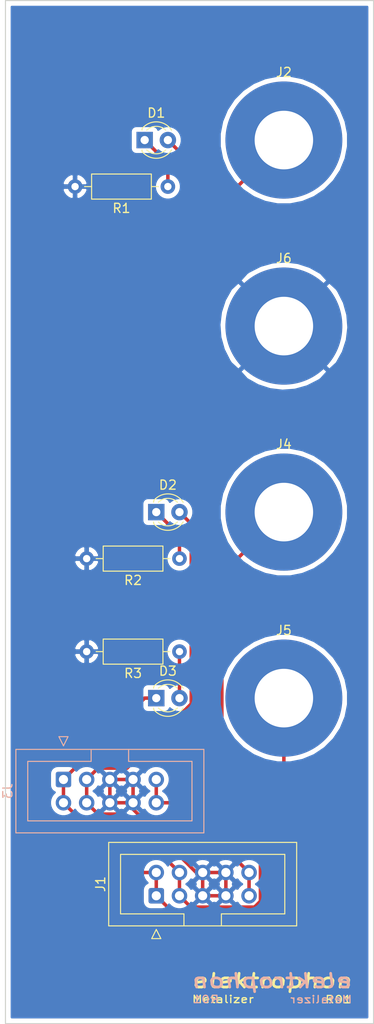
<source format=kicad_pcb>
(kicad_pcb (version 20171130) (host pcbnew 5.1.9)

  (general
    (thickness 1.6)
    (drawings 8)
    (tracks 52)
    (zones 0)
    (modules 13)
    (nets 8)
  )

  (page A4)
  (title_block
    (title Metalizer)
    (date 2020-02-15)
    (rev R01)
    (comment 1 "PCB for mount circuit")
    (comment 2 "Original design by Yves Usson")
    (comment 4 "License CC BY 4.0 - Attribution 4.0 International")
  )

  (layers
    (0 F.Cu signal)
    (31 B.Cu signal)
    (32 B.Adhes user)
    (33 F.Adhes user)
    (34 B.Paste user)
    (35 F.Paste user)
    (36 B.SilkS user)
    (37 F.SilkS user)
    (38 B.Mask user)
    (39 F.Mask user)
    (40 Dwgs.User user)
    (41 Cmts.User user)
    (42 Eco1.User user)
    (43 Eco2.User user)
    (44 Edge.Cuts user)
    (45 Margin user)
    (46 B.CrtYd user)
    (47 F.CrtYd user)
    (48 B.Fab user)
    (49 F.Fab user)
  )

  (setup
    (last_trace_width 0.381)
    (user_trace_width 0.381)
    (user_trace_width 0.762)
    (trace_clearance 0.2)
    (zone_clearance 0.508)
    (zone_45_only no)
    (trace_min 0.2)
    (via_size 0.8)
    (via_drill 0.4)
    (via_min_size 0.4)
    (via_min_drill 0.3)
    (uvia_size 0.3)
    (uvia_drill 0.1)
    (uvias_allowed no)
    (uvia_min_size 0.2)
    (uvia_min_drill 0.1)
    (edge_width 0.05)
    (segment_width 0.2)
    (pcb_text_width 0.3)
    (pcb_text_size 1.5 1.5)
    (mod_edge_width 0.12)
    (mod_text_size 1 1)
    (mod_text_width 0.15)
    (pad_size 1.524 1.524)
    (pad_drill 0.762)
    (pad_to_mask_clearance 0.051)
    (solder_mask_min_width 0.25)
    (aux_axis_origin 0 0)
    (visible_elements FFFFFF7F)
    (pcbplotparams
      (layerselection 0x010fc_ffffffff)
      (usegerberextensions false)
      (usegerberattributes false)
      (usegerberadvancedattributes false)
      (creategerberjobfile false)
      (excludeedgelayer true)
      (linewidth 0.100000)
      (plotframeref false)
      (viasonmask false)
      (mode 1)
      (useauxorigin false)
      (hpglpennumber 1)
      (hpglpenspeed 20)
      (hpglpendiameter 15.000000)
      (psnegative false)
      (psa4output false)
      (plotreference true)
      (plotvalue true)
      (plotinvisibletext false)
      (padsonsilk false)
      (subtractmaskfromsilk false)
      (outputformat 1)
      (mirror false)
      (drillshape 0)
      (scaleselection 1)
      (outputdirectory "gerbers"))
  )

  (net 0 "")
  (net 1 GND)
  (net 2 +15V)
  (net 3 +5V)
  (net 4 -15V)
  (net 5 "Net-(D1-Pad1)")
  (net 6 "Net-(D2-Pad1)")
  (net 7 "Net-(D3-Pad2)")

  (net_class Default "This is the default net class."
    (clearance 0.2)
    (trace_width 0.25)
    (via_dia 0.8)
    (via_drill 0.4)
    (uvia_dia 0.3)
    (uvia_drill 0.1)
    (add_net +15V)
    (add_net +5V)
    (add_net -15V)
    (add_net GND)
    (add_net "Net-(D1-Pad1)")
    (add_net "Net-(D2-Pad1)")
    (add_net "Net-(D3-Pad2)")
  )

  (module Resistor_THT:R_Axial_DIN0207_L6.3mm_D2.5mm_P10.16mm_Horizontal (layer F.Cu) (tedit 5AE5139B) (tstamp 60941578)
    (at 69.85 121.92 180)
    (descr "Resistor, Axial_DIN0207 series, Axial, Horizontal, pin pitch=10.16mm, 0.25W = 1/4W, length*diameter=6.3*2.5mm^2, http://cdn-reichelt.de/documents/datenblatt/B400/1_4W%23YAG.pdf")
    (tags "Resistor Axial_DIN0207 series Axial Horizontal pin pitch 10.16mm 0.25W = 1/4W length 6.3mm diameter 2.5mm")
    (path /60952AD3)
    (fp_text reference R3 (at 5.08 -2.37) (layer F.SilkS)
      (effects (font (size 1 1) (thickness 0.15)))
    )
    (fp_text value R (at 5.08 2.37) (layer F.Fab)
      (effects (font (size 1 1) (thickness 0.15)))
    )
    (fp_line (start 11.21 -1.5) (end -1.05 -1.5) (layer F.CrtYd) (width 0.05))
    (fp_line (start 11.21 1.5) (end 11.21 -1.5) (layer F.CrtYd) (width 0.05))
    (fp_line (start -1.05 1.5) (end 11.21 1.5) (layer F.CrtYd) (width 0.05))
    (fp_line (start -1.05 -1.5) (end -1.05 1.5) (layer F.CrtYd) (width 0.05))
    (fp_line (start 9.12 0) (end 8.35 0) (layer F.SilkS) (width 0.12))
    (fp_line (start 1.04 0) (end 1.81 0) (layer F.SilkS) (width 0.12))
    (fp_line (start 8.35 -1.37) (end 1.81 -1.37) (layer F.SilkS) (width 0.12))
    (fp_line (start 8.35 1.37) (end 8.35 -1.37) (layer F.SilkS) (width 0.12))
    (fp_line (start 1.81 1.37) (end 8.35 1.37) (layer F.SilkS) (width 0.12))
    (fp_line (start 1.81 -1.37) (end 1.81 1.37) (layer F.SilkS) (width 0.12))
    (fp_line (start 10.16 0) (end 8.23 0) (layer F.Fab) (width 0.1))
    (fp_line (start 0 0) (end 1.93 0) (layer F.Fab) (width 0.1))
    (fp_line (start 8.23 -1.25) (end 1.93 -1.25) (layer F.Fab) (width 0.1))
    (fp_line (start 8.23 1.25) (end 8.23 -1.25) (layer F.Fab) (width 0.1))
    (fp_line (start 1.93 1.25) (end 8.23 1.25) (layer F.Fab) (width 0.1))
    (fp_line (start 1.93 -1.25) (end 1.93 1.25) (layer F.Fab) (width 0.1))
    (fp_text user %R (at 5.08 0) (layer F.Fab)
      (effects (font (size 1 1) (thickness 0.15)))
    )
    (pad 2 thru_hole oval (at 10.16 0 180) (size 1.6 1.6) (drill 0.8) (layers *.Cu *.Mask)
      (net 1 GND))
    (pad 1 thru_hole circle (at 0 0 180) (size 1.6 1.6) (drill 0.8) (layers *.Cu *.Mask)
      (net 7 "Net-(D3-Pad2)"))
    (model ${KISYS3DMOD}/Resistor_THT.3dshapes/R_Axial_DIN0207_L6.3mm_D2.5mm_P10.16mm_Horizontal.wrl
      (at (xyz 0 0 0))
      (scale (xyz 1 1 1))
      (rotate (xyz 0 0 0))
    )
  )

  (module Resistor_THT:R_Axial_DIN0207_L6.3mm_D2.5mm_P10.16mm_Horizontal (layer F.Cu) (tedit 5AE5139B) (tstamp 60941561)
    (at 69.85 111.76 180)
    (descr "Resistor, Axial_DIN0207 series, Axial, Horizontal, pin pitch=10.16mm, 0.25W = 1/4W, length*diameter=6.3*2.5mm^2, http://cdn-reichelt.de/documents/datenblatt/B400/1_4W%23YAG.pdf")
    (tags "Resistor Axial_DIN0207 series Axial Horizontal pin pitch 10.16mm 0.25W = 1/4W length 6.3mm diameter 2.5mm")
    (path /60952650)
    (fp_text reference R2 (at 5.08 -2.37) (layer F.SilkS)
      (effects (font (size 1 1) (thickness 0.15)))
    )
    (fp_text value R (at 5.08 2.37) (layer F.Fab)
      (effects (font (size 1 1) (thickness 0.15)))
    )
    (fp_line (start 11.21 -1.5) (end -1.05 -1.5) (layer F.CrtYd) (width 0.05))
    (fp_line (start 11.21 1.5) (end 11.21 -1.5) (layer F.CrtYd) (width 0.05))
    (fp_line (start -1.05 1.5) (end 11.21 1.5) (layer F.CrtYd) (width 0.05))
    (fp_line (start -1.05 -1.5) (end -1.05 1.5) (layer F.CrtYd) (width 0.05))
    (fp_line (start 9.12 0) (end 8.35 0) (layer F.SilkS) (width 0.12))
    (fp_line (start 1.04 0) (end 1.81 0) (layer F.SilkS) (width 0.12))
    (fp_line (start 8.35 -1.37) (end 1.81 -1.37) (layer F.SilkS) (width 0.12))
    (fp_line (start 8.35 1.37) (end 8.35 -1.37) (layer F.SilkS) (width 0.12))
    (fp_line (start 1.81 1.37) (end 8.35 1.37) (layer F.SilkS) (width 0.12))
    (fp_line (start 1.81 -1.37) (end 1.81 1.37) (layer F.SilkS) (width 0.12))
    (fp_line (start 10.16 0) (end 8.23 0) (layer F.Fab) (width 0.1))
    (fp_line (start 0 0) (end 1.93 0) (layer F.Fab) (width 0.1))
    (fp_line (start 8.23 -1.25) (end 1.93 -1.25) (layer F.Fab) (width 0.1))
    (fp_line (start 8.23 1.25) (end 8.23 -1.25) (layer F.Fab) (width 0.1))
    (fp_line (start 1.93 1.25) (end 8.23 1.25) (layer F.Fab) (width 0.1))
    (fp_line (start 1.93 -1.25) (end 1.93 1.25) (layer F.Fab) (width 0.1))
    (fp_text user %R (at 5.08 0) (layer F.Fab)
      (effects (font (size 1 1) (thickness 0.15)))
    )
    (pad 2 thru_hole oval (at 10.16 0 180) (size 1.6 1.6) (drill 0.8) (layers *.Cu *.Mask)
      (net 1 GND))
    (pad 1 thru_hole circle (at 0 0 180) (size 1.6 1.6) (drill 0.8) (layers *.Cu *.Mask)
      (net 6 "Net-(D2-Pad1)"))
    (model ${KISYS3DMOD}/Resistor_THT.3dshapes/R_Axial_DIN0207_L6.3mm_D2.5mm_P10.16mm_Horizontal.wrl
      (at (xyz 0 0 0))
      (scale (xyz 1 1 1))
      (rotate (xyz 0 0 0))
    )
  )

  (module Resistor_THT:R_Axial_DIN0207_L6.3mm_D2.5mm_P10.16mm_Horizontal (layer F.Cu) (tedit 5AE5139B) (tstamp 6094154A)
    (at 68.58 71.12 180)
    (descr "Resistor, Axial_DIN0207 series, Axial, Horizontal, pin pitch=10.16mm, 0.25W = 1/4W, length*diameter=6.3*2.5mm^2, http://cdn-reichelt.de/documents/datenblatt/B400/1_4W%23YAG.pdf")
    (tags "Resistor Axial_DIN0207 series Axial Horizontal pin pitch 10.16mm 0.25W = 1/4W length 6.3mm diameter 2.5mm")
    (path /6095214C)
    (fp_text reference R1 (at 5.08 -2.37) (layer F.SilkS)
      (effects (font (size 1 1) (thickness 0.15)))
    )
    (fp_text value R (at 5.08 2.37) (layer F.Fab)
      (effects (font (size 1 1) (thickness 0.15)))
    )
    (fp_line (start 11.21 -1.5) (end -1.05 -1.5) (layer F.CrtYd) (width 0.05))
    (fp_line (start 11.21 1.5) (end 11.21 -1.5) (layer F.CrtYd) (width 0.05))
    (fp_line (start -1.05 1.5) (end 11.21 1.5) (layer F.CrtYd) (width 0.05))
    (fp_line (start -1.05 -1.5) (end -1.05 1.5) (layer F.CrtYd) (width 0.05))
    (fp_line (start 9.12 0) (end 8.35 0) (layer F.SilkS) (width 0.12))
    (fp_line (start 1.04 0) (end 1.81 0) (layer F.SilkS) (width 0.12))
    (fp_line (start 8.35 -1.37) (end 1.81 -1.37) (layer F.SilkS) (width 0.12))
    (fp_line (start 8.35 1.37) (end 8.35 -1.37) (layer F.SilkS) (width 0.12))
    (fp_line (start 1.81 1.37) (end 8.35 1.37) (layer F.SilkS) (width 0.12))
    (fp_line (start 1.81 -1.37) (end 1.81 1.37) (layer F.SilkS) (width 0.12))
    (fp_line (start 10.16 0) (end 8.23 0) (layer F.Fab) (width 0.1))
    (fp_line (start 0 0) (end 1.93 0) (layer F.Fab) (width 0.1))
    (fp_line (start 8.23 -1.25) (end 1.93 -1.25) (layer F.Fab) (width 0.1))
    (fp_line (start 8.23 1.25) (end 8.23 -1.25) (layer F.Fab) (width 0.1))
    (fp_line (start 1.93 1.25) (end 8.23 1.25) (layer F.Fab) (width 0.1))
    (fp_line (start 1.93 -1.25) (end 1.93 1.25) (layer F.Fab) (width 0.1))
    (fp_text user %R (at 5.08 0) (layer F.Fab)
      (effects (font (size 1 1) (thickness 0.15)))
    )
    (pad 2 thru_hole oval (at 10.16 0 180) (size 1.6 1.6) (drill 0.8) (layers *.Cu *.Mask)
      (net 1 GND))
    (pad 1 thru_hole circle (at 0 0 180) (size 1.6 1.6) (drill 0.8) (layers *.Cu *.Mask)
      (net 5 "Net-(D1-Pad1)"))
    (model ${KISYS3DMOD}/Resistor_THT.3dshapes/R_Axial_DIN0207_L6.3mm_D2.5mm_P10.16mm_Horizontal.wrl
      (at (xyz 0 0 0))
      (scale (xyz 1 1 1))
      (rotate (xyz 0 0 0))
    )
  )

  (module MountingHole:MountingHole_6.4mm_M6_Pad_TopBottom (layer F.Cu) (tedit 56D1B4CB) (tstamp 60941533)
    (at 81.28 86.36)
    (descr "Mounting Hole 6.4mm, M6")
    (tags "mounting hole 6.4mm m6")
    (path /6095F76E)
    (attr virtual)
    (fp_text reference J6 (at 0 -7.4) (layer F.SilkS)
      (effects (font (size 1 1) (thickness 0.15)))
    )
    (fp_text value Conn_01x01_Female (at 0 7.4) (layer F.Fab)
      (effects (font (size 1 1) (thickness 0.15)))
    )
    (fp_circle (center 0 0) (end 6.65 0) (layer F.CrtYd) (width 0.05))
    (fp_circle (center 0 0) (end 6.4 0) (layer Cmts.User) (width 0.15))
    (fp_text user %R (at 0.3 0) (layer F.Fab)
      (effects (font (size 1 1) (thickness 0.15)))
    )
    (pad 1 connect circle (at 0 0) (size 12.8 12.8) (layers B.Cu B.Mask)
      (net 1 GND))
    (pad 1 connect circle (at 0 0) (size 12.8 12.8) (layers F.Cu F.Mask)
      (net 1 GND))
    (pad 1 thru_hole circle (at 0 0) (size 6.8 6.8) (drill 6.4) (layers *.Cu *.Mask)
      (net 1 GND))
  )

  (module MountingHole:MountingHole_6.4mm_M6_Pad_TopBottom (layer F.Cu) (tedit 56D1B4CB) (tstamp 60941529)
    (at 81.28 127)
    (descr "Mounting Hole 6.4mm, M6")
    (tags "mounting hole 6.4mm m6")
    (path /6095F0DD)
    (attr virtual)
    (fp_text reference J5 (at 0 -7.4) (layer F.SilkS)
      (effects (font (size 1 1) (thickness 0.15)))
    )
    (fp_text value Conn_01x01_Female (at 0 7.4) (layer F.Fab)
      (effects (font (size 1 1) (thickness 0.15)))
    )
    (fp_circle (center 0 0) (end 6.65 0) (layer F.CrtYd) (width 0.05))
    (fp_circle (center 0 0) (end 6.4 0) (layer Cmts.User) (width 0.15))
    (fp_text user %R (at 0.3 0) (layer F.Fab)
      (effects (font (size 1 1) (thickness 0.15)))
    )
    (pad 1 connect circle (at 0 0) (size 12.8 12.8) (layers B.Cu B.Mask)
      (net 4 -15V))
    (pad 1 connect circle (at 0 0) (size 12.8 12.8) (layers F.Cu F.Mask)
      (net 4 -15V))
    (pad 1 thru_hole circle (at 0 0) (size 6.8 6.8) (drill 6.4) (layers *.Cu *.Mask)
      (net 4 -15V))
  )

  (module MountingHole:MountingHole_6.4mm_M6_Pad_TopBottom (layer F.Cu) (tedit 56D1B4CB) (tstamp 6094151F)
    (at 81.28 106.68)
    (descr "Mounting Hole 6.4mm, M6")
    (tags "mounting hole 6.4mm m6")
    (path /6095EA79)
    (attr virtual)
    (fp_text reference J4 (at 0 -7.4) (layer F.SilkS)
      (effects (font (size 1 1) (thickness 0.15)))
    )
    (fp_text value Conn_01x01_Female (at 0 7.4) (layer F.Fab)
      (effects (font (size 1 1) (thickness 0.15)))
    )
    (fp_circle (center 0 0) (end 6.65 0) (layer F.CrtYd) (width 0.05))
    (fp_circle (center 0 0) (end 6.4 0) (layer Cmts.User) (width 0.15))
    (fp_text user %R (at 0.3 0) (layer F.Fab)
      (effects (font (size 1 1) (thickness 0.15)))
    )
    (pad 1 connect circle (at 0 0) (size 12.8 12.8) (layers B.Cu B.Mask)
      (net 2 +15V))
    (pad 1 connect circle (at 0 0) (size 12.8 12.8) (layers F.Cu F.Mask)
      (net 2 +15V))
    (pad 1 thru_hole circle (at 0 0) (size 6.8 6.8) (drill 6.4) (layers *.Cu *.Mask)
      (net 2 +15V))
  )

  (module MountingHole:MountingHole_6.4mm_M6_Pad_TopBottom (layer F.Cu) (tedit 56D1B4CB) (tstamp 609414B9)
    (at 81.28 66.04)
    (descr "Mounting Hole 6.4mm, M6")
    (tags "mounting hole 6.4mm m6")
    (path /6095E3F3)
    (attr virtual)
    (fp_text reference J2 (at 0 -7.4) (layer F.SilkS)
      (effects (font (size 1 1) (thickness 0.15)))
    )
    (fp_text value Conn_01x01_Female (at 0 7.4) (layer F.Fab)
      (effects (font (size 1 1) (thickness 0.15)))
    )
    (fp_circle (center 0 0) (end 6.65 0) (layer F.CrtYd) (width 0.05))
    (fp_circle (center 0 0) (end 6.4 0) (layer Cmts.User) (width 0.15))
    (fp_text user %R (at 0.3 0) (layer F.Fab)
      (effects (font (size 1 1) (thickness 0.15)))
    )
    (pad 1 connect circle (at 0 0) (size 12.8 12.8) (layers B.Cu B.Mask)
      (net 3 +5V))
    (pad 1 connect circle (at 0 0) (size 12.8 12.8) (layers F.Cu F.Mask)
      (net 3 +5V))
    (pad 1 thru_hole circle (at 0 0) (size 6.8 6.8) (drill 6.4) (layers *.Cu *.Mask)
      (net 3 +5V))
  )

  (module LED_THT:LED_D3.0mm (layer F.Cu) (tedit 587A3A7B) (tstamp 60941453)
    (at 67.31 127)
    (descr "LED, diameter 3.0mm, 2 pins")
    (tags "LED diameter 3.0mm 2 pins")
    (path /6094ED48)
    (fp_text reference D3 (at 1.27 -2.96) (layer F.SilkS)
      (effects (font (size 1 1) (thickness 0.15)))
    )
    (fp_text value LED (at 1.27 2.96) (layer F.Fab)
      (effects (font (size 1 1) (thickness 0.15)))
    )
    (fp_line (start 3.7 -2.25) (end -1.15 -2.25) (layer F.CrtYd) (width 0.05))
    (fp_line (start 3.7 2.25) (end 3.7 -2.25) (layer F.CrtYd) (width 0.05))
    (fp_line (start -1.15 2.25) (end 3.7 2.25) (layer F.CrtYd) (width 0.05))
    (fp_line (start -1.15 -2.25) (end -1.15 2.25) (layer F.CrtYd) (width 0.05))
    (fp_line (start -0.29 1.08) (end -0.29 1.236) (layer F.SilkS) (width 0.12))
    (fp_line (start -0.29 -1.236) (end -0.29 -1.08) (layer F.SilkS) (width 0.12))
    (fp_line (start -0.23 -1.16619) (end -0.23 1.16619) (layer F.Fab) (width 0.1))
    (fp_circle (center 1.27 0) (end 2.77 0) (layer F.Fab) (width 0.1))
    (fp_arc (start 1.27 0) (end 0.229039 1.08) (angle -87.9) (layer F.SilkS) (width 0.12))
    (fp_arc (start 1.27 0) (end 0.229039 -1.08) (angle 87.9) (layer F.SilkS) (width 0.12))
    (fp_arc (start 1.27 0) (end -0.29 1.235516) (angle -108.8) (layer F.SilkS) (width 0.12))
    (fp_arc (start 1.27 0) (end -0.29 -1.235516) (angle 108.8) (layer F.SilkS) (width 0.12))
    (fp_arc (start 1.27 0) (end -0.23 -1.16619) (angle 284.3) (layer F.Fab) (width 0.1))
    (pad 2 thru_hole circle (at 2.54 0) (size 1.8 1.8) (drill 0.9) (layers *.Cu *.Mask)
      (net 7 "Net-(D3-Pad2)"))
    (pad 1 thru_hole rect (at 0 0) (size 1.8 1.8) (drill 0.9) (layers *.Cu *.Mask)
      (net 4 -15V))
    (model ${KISYS3DMOD}/LED_THT.3dshapes/LED_D3.0mm.wrl
      (at (xyz 0 0 0))
      (scale (xyz 1 1 1))
      (rotate (xyz 0 0 0))
    )
  )

  (module LED_THT:LED_D3.0mm (layer F.Cu) (tedit 587A3A7B) (tstamp 60941440)
    (at 67.31 106.68)
    (descr "LED, diameter 3.0mm, 2 pins")
    (tags "LED diameter 3.0mm 2 pins")
    (path /6094E5D4)
    (fp_text reference D2 (at 1.27 -2.96) (layer F.SilkS)
      (effects (font (size 1 1) (thickness 0.15)))
    )
    (fp_text value LED (at 1.27 2.96) (layer F.Fab)
      (effects (font (size 1 1) (thickness 0.15)))
    )
    (fp_line (start 3.7 -2.25) (end -1.15 -2.25) (layer F.CrtYd) (width 0.05))
    (fp_line (start 3.7 2.25) (end 3.7 -2.25) (layer F.CrtYd) (width 0.05))
    (fp_line (start -1.15 2.25) (end 3.7 2.25) (layer F.CrtYd) (width 0.05))
    (fp_line (start -1.15 -2.25) (end -1.15 2.25) (layer F.CrtYd) (width 0.05))
    (fp_line (start -0.29 1.08) (end -0.29 1.236) (layer F.SilkS) (width 0.12))
    (fp_line (start -0.29 -1.236) (end -0.29 -1.08) (layer F.SilkS) (width 0.12))
    (fp_line (start -0.23 -1.16619) (end -0.23 1.16619) (layer F.Fab) (width 0.1))
    (fp_circle (center 1.27 0) (end 2.77 0) (layer F.Fab) (width 0.1))
    (fp_arc (start 1.27 0) (end 0.229039 1.08) (angle -87.9) (layer F.SilkS) (width 0.12))
    (fp_arc (start 1.27 0) (end 0.229039 -1.08) (angle 87.9) (layer F.SilkS) (width 0.12))
    (fp_arc (start 1.27 0) (end -0.29 1.235516) (angle -108.8) (layer F.SilkS) (width 0.12))
    (fp_arc (start 1.27 0) (end -0.29 -1.235516) (angle 108.8) (layer F.SilkS) (width 0.12))
    (fp_arc (start 1.27 0) (end -0.23 -1.16619) (angle 284.3) (layer F.Fab) (width 0.1))
    (pad 2 thru_hole circle (at 2.54 0) (size 1.8 1.8) (drill 0.9) (layers *.Cu *.Mask)
      (net 2 +15V))
    (pad 1 thru_hole rect (at 0 0) (size 1.8 1.8) (drill 0.9) (layers *.Cu *.Mask)
      (net 6 "Net-(D2-Pad1)"))
    (model ${KISYS3DMOD}/LED_THT.3dshapes/LED_D3.0mm.wrl
      (at (xyz 0 0 0))
      (scale (xyz 1 1 1))
      (rotate (xyz 0 0 0))
    )
  )

  (module LED_THT:LED_D3.0mm (layer F.Cu) (tedit 587A3A7B) (tstamp 6094142D)
    (at 66.04 66.04)
    (descr "LED, diameter 3.0mm, 2 pins")
    (tags "LED diameter 3.0mm 2 pins")
    (path /6094E126)
    (fp_text reference D1 (at 1.27 -2.96) (layer F.SilkS)
      (effects (font (size 1 1) (thickness 0.15)))
    )
    (fp_text value LED (at 1.27 2.96) (layer F.Fab)
      (effects (font (size 1 1) (thickness 0.15)))
    )
    (fp_line (start 3.7 -2.25) (end -1.15 -2.25) (layer F.CrtYd) (width 0.05))
    (fp_line (start 3.7 2.25) (end 3.7 -2.25) (layer F.CrtYd) (width 0.05))
    (fp_line (start -1.15 2.25) (end 3.7 2.25) (layer F.CrtYd) (width 0.05))
    (fp_line (start -1.15 -2.25) (end -1.15 2.25) (layer F.CrtYd) (width 0.05))
    (fp_line (start -0.29 1.08) (end -0.29 1.236) (layer F.SilkS) (width 0.12))
    (fp_line (start -0.29 -1.236) (end -0.29 -1.08) (layer F.SilkS) (width 0.12))
    (fp_line (start -0.23 -1.16619) (end -0.23 1.16619) (layer F.Fab) (width 0.1))
    (fp_circle (center 1.27 0) (end 2.77 0) (layer F.Fab) (width 0.1))
    (fp_arc (start 1.27 0) (end 0.229039 1.08) (angle -87.9) (layer F.SilkS) (width 0.12))
    (fp_arc (start 1.27 0) (end 0.229039 -1.08) (angle 87.9) (layer F.SilkS) (width 0.12))
    (fp_arc (start 1.27 0) (end -0.29 1.235516) (angle -108.8) (layer F.SilkS) (width 0.12))
    (fp_arc (start 1.27 0) (end -0.29 -1.235516) (angle 108.8) (layer F.SilkS) (width 0.12))
    (fp_arc (start 1.27 0) (end -0.23 -1.16619) (angle 284.3) (layer F.Fab) (width 0.1))
    (pad 2 thru_hole circle (at 2.54 0) (size 1.8 1.8) (drill 0.9) (layers *.Cu *.Mask)
      (net 3 +5V))
    (pad 1 thru_hole rect (at 0 0) (size 1.8 1.8) (drill 0.9) (layers *.Cu *.Mask)
      (net 5 "Net-(D1-Pad1)"))
    (model ${KISYS3DMOD}/LED_THT.3dshapes/LED_D3.0mm.wrl
      (at (xyz 0 0 0))
      (scale (xyz 1 1 1))
      (rotate (xyz 0 0 0))
    )
  )

  (module Connector_IDC:IDC-Header_2x05_P2.54mm_Vertical (layer B.Cu) (tedit 5EAC9A07) (tstamp 5F76B14E)
    (at 57.15 135.89 270)
    (descr "Through hole IDC box header, 2x05, 2.54mm pitch, DIN 41651 / IEC 60603-13, double rows, https://docs.google.com/spreadsheets/d/16SsEcesNF15N3Lb4niX7dcUr-NY5_MFPQhobNuNppn4/edit#gid=0")
    (tags "Through hole vertical IDC box header THT 2x05 2.54mm double row")
    (path /5F7F3CA9)
    (fp_text reference J3 (at 1.27 6.1 270) (layer B.SilkS)
      (effects (font (size 1 1) (thickness 0.15)) (justify mirror))
    )
    (fp_text value "IDC Header" (at 1.27 -16.26 270) (layer B.Fab)
      (effects (font (size 1 1) (thickness 0.15)) (justify mirror))
    )
    (fp_line (start -3.18 4.1) (end -2.18 5.1) (layer B.Fab) (width 0.1))
    (fp_line (start -2.18 5.1) (end 5.72 5.1) (layer B.Fab) (width 0.1))
    (fp_line (start 5.72 5.1) (end 5.72 -15.26) (layer B.Fab) (width 0.1))
    (fp_line (start 5.72 -15.26) (end -3.18 -15.26) (layer B.Fab) (width 0.1))
    (fp_line (start -3.18 -15.26) (end -3.18 4.1) (layer B.Fab) (width 0.1))
    (fp_line (start -3.18 -3.03) (end -1.98 -3.03) (layer B.Fab) (width 0.1))
    (fp_line (start -1.98 -3.03) (end -1.98 3.91) (layer B.Fab) (width 0.1))
    (fp_line (start -1.98 3.91) (end 4.52 3.91) (layer B.Fab) (width 0.1))
    (fp_line (start 4.52 3.91) (end 4.52 -14.07) (layer B.Fab) (width 0.1))
    (fp_line (start 4.52 -14.07) (end -1.98 -14.07) (layer B.Fab) (width 0.1))
    (fp_line (start -1.98 -14.07) (end -1.98 -7.13) (layer B.Fab) (width 0.1))
    (fp_line (start -1.98 -7.13) (end -1.98 -7.13) (layer B.Fab) (width 0.1))
    (fp_line (start -1.98 -7.13) (end -3.18 -7.13) (layer B.Fab) (width 0.1))
    (fp_line (start -3.29 5.21) (end 5.83 5.21) (layer B.SilkS) (width 0.12))
    (fp_line (start 5.83 5.21) (end 5.83 -15.37) (layer B.SilkS) (width 0.12))
    (fp_line (start 5.83 -15.37) (end -3.29 -15.37) (layer B.SilkS) (width 0.12))
    (fp_line (start -3.29 -15.37) (end -3.29 5.21) (layer B.SilkS) (width 0.12))
    (fp_line (start -3.29 -3.03) (end -1.98 -3.03) (layer B.SilkS) (width 0.12))
    (fp_line (start -1.98 -3.03) (end -1.98 3.91) (layer B.SilkS) (width 0.12))
    (fp_line (start -1.98 3.91) (end 4.52 3.91) (layer B.SilkS) (width 0.12))
    (fp_line (start 4.52 3.91) (end 4.52 -14.07) (layer B.SilkS) (width 0.12))
    (fp_line (start 4.52 -14.07) (end -1.98 -14.07) (layer B.SilkS) (width 0.12))
    (fp_line (start -1.98 -14.07) (end -1.98 -7.13) (layer B.SilkS) (width 0.12))
    (fp_line (start -1.98 -7.13) (end -1.98 -7.13) (layer B.SilkS) (width 0.12))
    (fp_line (start -1.98 -7.13) (end -3.29 -7.13) (layer B.SilkS) (width 0.12))
    (fp_line (start -3.68 0) (end -4.68 0.5) (layer B.SilkS) (width 0.12))
    (fp_line (start -4.68 0.5) (end -4.68 -0.5) (layer B.SilkS) (width 0.12))
    (fp_line (start -4.68 -0.5) (end -3.68 0) (layer B.SilkS) (width 0.12))
    (fp_line (start -3.68 5.6) (end -3.68 -15.76) (layer B.CrtYd) (width 0.05))
    (fp_line (start -3.68 -15.76) (end 6.22 -15.76) (layer B.CrtYd) (width 0.05))
    (fp_line (start 6.22 -15.76) (end 6.22 5.6) (layer B.CrtYd) (width 0.05))
    (fp_line (start 6.22 5.6) (end -3.68 5.6) (layer B.CrtYd) (width 0.05))
    (fp_text user %R (at 1.27 -5.08) (layer B.Fab)
      (effects (font (size 1 1) (thickness 0.15)) (justify mirror))
    )
    (pad 10 thru_hole circle (at 2.54 -10.16 270) (size 1.7 1.7) (drill 1) (layers *.Cu *.Mask)
      (net 3 +5V))
    (pad 8 thru_hole circle (at 2.54 -7.62 270) (size 1.7 1.7) (drill 1) (layers *.Cu *.Mask)
      (net 1 GND))
    (pad 6 thru_hole circle (at 2.54 -5.08 270) (size 1.7 1.7) (drill 1) (layers *.Cu *.Mask)
      (net 1 GND))
    (pad 4 thru_hole circle (at 2.54 -2.54 270) (size 1.7 1.7) (drill 1) (layers *.Cu *.Mask)
      (net 2 +15V))
    (pad 2 thru_hole circle (at 2.54 0 270) (size 1.7 1.7) (drill 1) (layers *.Cu *.Mask)
      (net 4 -15V))
    (pad 9 thru_hole circle (at 0 -10.16 270) (size 1.7 1.7) (drill 1) (layers *.Cu *.Mask)
      (net 3 +5V))
    (pad 7 thru_hole circle (at 0 -7.62 270) (size 1.7 1.7) (drill 1) (layers *.Cu *.Mask)
      (net 1 GND))
    (pad 5 thru_hole circle (at 0 -5.08 270) (size 1.7 1.7) (drill 1) (layers *.Cu *.Mask)
      (net 1 GND))
    (pad 3 thru_hole circle (at 0 -2.54 270) (size 1.7 1.7) (drill 1) (layers *.Cu *.Mask)
      (net 2 +15V))
    (pad 1 thru_hole roundrect (at 0 0 270) (size 1.7 1.7) (drill 1) (layers *.Cu *.Mask) (roundrect_rratio 0.147059)
      (net 4 -15V))
    (model ${KISYS3DMOD}/Connector_IDC.3dshapes/IDC-Header_2x05_P2.54mm_Vertical.wrl
      (at (xyz 0 0 0))
      (scale (xyz 1 1 1))
      (rotate (xyz 0 0 0))
    )
  )

  (module Connector_IDC:IDC-Header_2x05_P2.54mm_Vertical (layer F.Cu) (tedit 5EAC9A07) (tstamp 5F76B0EF)
    (at 67.31 148.59 90)
    (descr "Through hole IDC box header, 2x05, 2.54mm pitch, DIN 41651 / IEC 60603-13, double rows, https://docs.google.com/spreadsheets/d/16SsEcesNF15N3Lb4niX7dcUr-NY5_MFPQhobNuNppn4/edit#gid=0")
    (tags "Through hole vertical IDC box header THT 2x05 2.54mm double row")
    (path /5D6BEBB7)
    (fp_text reference J1 (at 1.27 -6.1 90) (layer F.SilkS)
      (effects (font (size 1 1) (thickness 0.15)))
    )
    (fp_text value "IDC Header" (at 1.27 16.26 90) (layer F.Fab)
      (effects (font (size 1 1) (thickness 0.15)))
    )
    (fp_line (start -3.18 -4.1) (end -2.18 -5.1) (layer F.Fab) (width 0.1))
    (fp_line (start -2.18 -5.1) (end 5.72 -5.1) (layer F.Fab) (width 0.1))
    (fp_line (start 5.72 -5.1) (end 5.72 15.26) (layer F.Fab) (width 0.1))
    (fp_line (start 5.72 15.26) (end -3.18 15.26) (layer F.Fab) (width 0.1))
    (fp_line (start -3.18 15.26) (end -3.18 -4.1) (layer F.Fab) (width 0.1))
    (fp_line (start -3.18 3.03) (end -1.98 3.03) (layer F.Fab) (width 0.1))
    (fp_line (start -1.98 3.03) (end -1.98 -3.91) (layer F.Fab) (width 0.1))
    (fp_line (start -1.98 -3.91) (end 4.52 -3.91) (layer F.Fab) (width 0.1))
    (fp_line (start 4.52 -3.91) (end 4.52 14.07) (layer F.Fab) (width 0.1))
    (fp_line (start 4.52 14.07) (end -1.98 14.07) (layer F.Fab) (width 0.1))
    (fp_line (start -1.98 14.07) (end -1.98 7.13) (layer F.Fab) (width 0.1))
    (fp_line (start -1.98 7.13) (end -1.98 7.13) (layer F.Fab) (width 0.1))
    (fp_line (start -1.98 7.13) (end -3.18 7.13) (layer F.Fab) (width 0.1))
    (fp_line (start -3.29 -5.21) (end 5.83 -5.21) (layer F.SilkS) (width 0.12))
    (fp_line (start 5.83 -5.21) (end 5.83 15.37) (layer F.SilkS) (width 0.12))
    (fp_line (start 5.83 15.37) (end -3.29 15.37) (layer F.SilkS) (width 0.12))
    (fp_line (start -3.29 15.37) (end -3.29 -5.21) (layer F.SilkS) (width 0.12))
    (fp_line (start -3.29 3.03) (end -1.98 3.03) (layer F.SilkS) (width 0.12))
    (fp_line (start -1.98 3.03) (end -1.98 -3.91) (layer F.SilkS) (width 0.12))
    (fp_line (start -1.98 -3.91) (end 4.52 -3.91) (layer F.SilkS) (width 0.12))
    (fp_line (start 4.52 -3.91) (end 4.52 14.07) (layer F.SilkS) (width 0.12))
    (fp_line (start 4.52 14.07) (end -1.98 14.07) (layer F.SilkS) (width 0.12))
    (fp_line (start -1.98 14.07) (end -1.98 7.13) (layer F.SilkS) (width 0.12))
    (fp_line (start -1.98 7.13) (end -1.98 7.13) (layer F.SilkS) (width 0.12))
    (fp_line (start -1.98 7.13) (end -3.29 7.13) (layer F.SilkS) (width 0.12))
    (fp_line (start -3.68 0) (end -4.68 -0.5) (layer F.SilkS) (width 0.12))
    (fp_line (start -4.68 -0.5) (end -4.68 0.5) (layer F.SilkS) (width 0.12))
    (fp_line (start -4.68 0.5) (end -3.68 0) (layer F.SilkS) (width 0.12))
    (fp_line (start -3.68 -5.6) (end -3.68 15.76) (layer F.CrtYd) (width 0.05))
    (fp_line (start -3.68 15.76) (end 6.22 15.76) (layer F.CrtYd) (width 0.05))
    (fp_line (start 6.22 15.76) (end 6.22 -5.6) (layer F.CrtYd) (width 0.05))
    (fp_line (start 6.22 -5.6) (end -3.68 -5.6) (layer F.CrtYd) (width 0.05))
    (fp_text user %R (at 1.27 5.08) (layer F.Fab)
      (effects (font (size 1 1) (thickness 0.15)))
    )
    (pad 10 thru_hole circle (at 2.54 10.16 90) (size 1.7 1.7) (drill 1) (layers *.Cu *.Mask)
      (net 3 +5V))
    (pad 8 thru_hole circle (at 2.54 7.62 90) (size 1.7 1.7) (drill 1) (layers *.Cu *.Mask)
      (net 1 GND))
    (pad 6 thru_hole circle (at 2.54 5.08 90) (size 1.7 1.7) (drill 1) (layers *.Cu *.Mask)
      (net 1 GND))
    (pad 4 thru_hole circle (at 2.54 2.54 90) (size 1.7 1.7) (drill 1) (layers *.Cu *.Mask)
      (net 2 +15V))
    (pad 2 thru_hole circle (at 2.54 0 90) (size 1.7 1.7) (drill 1) (layers *.Cu *.Mask)
      (net 4 -15V))
    (pad 9 thru_hole circle (at 0 10.16 90) (size 1.7 1.7) (drill 1) (layers *.Cu *.Mask)
      (net 3 +5V))
    (pad 7 thru_hole circle (at 0 7.62 90) (size 1.7 1.7) (drill 1) (layers *.Cu *.Mask)
      (net 1 GND))
    (pad 5 thru_hole circle (at 0 5.08 90) (size 1.7 1.7) (drill 1) (layers *.Cu *.Mask)
      (net 1 GND))
    (pad 3 thru_hole circle (at 0 2.54 90) (size 1.7 1.7) (drill 1) (layers *.Cu *.Mask)
      (net 2 +15V))
    (pad 1 thru_hole roundrect (at 0 0 90) (size 1.7 1.7) (drill 1) (layers *.Cu *.Mask) (roundrect_rratio 0.147059)
      (net 4 -15V))
    (model ${KISYS3DMOD}/Connector_IDC.3dshapes/IDC-Header_2x05_P2.54mm_Vertical.wrl
      (at (xyz 0 0 0))
      (scale (xyz 1 1 1))
      (rotate (xyz 0 0 0))
    )
  )

  (module "elektrophon:elektrophon logo" locked (layer F.Cu) (tedit 5D74BFC6) (tstamp 5E47DEF2)
    (at 80.01 158.9)
    (fp_text reference REF** (at 0 3.556) (layer F.SilkS) hide
      (effects (font (size 1 1) (thickness 0.15)))
    )
    (fp_text value "elektrophon logo" (at 0 -3.048) (layer F.Fab) hide
      (effects (font (size 1 1) (thickness 0.15)))
    )
    (fp_text user Metalizer (at 8.84 1.02) (layer B.SilkS)
      (effects (font (size 0.8 1) (thickness 0.15)) (justify left mirror))
    )
    (fp_text user R01 (at -8.83 1) (layer B.SilkS)
      (effects (font (size 0.8 1) (thickness 0.15)) (justify right mirror))
    )
    (fp_text user elektrophon (at 0 -1.016) (layer B.SilkS)
      (effects (font (size 1.5 2) (thickness 0.3) italic) (justify mirror))
    )
    (fp_text user R01 (at 8.8 1.02) (layer F.SilkS)
      (effects (font (size 0.8 1) (thickness 0.15)) (justify right))
    )
    (fp_text user Metalizer (at -8.88 1) (layer F.SilkS)
      (effects (font (size 0.8 1) (thickness 0.15)) (justify left))
    )
    (fp_text user elektrophon (at 0 -1.016) (layer F.SilkS)
      (effects (font (size 1.5 2) (thickness 0.3) italic))
    )
  )

  (gr_circle (center 81.28 127) (end 88.53 127) (layer Dwgs.User) (width 0.15) (tstamp 5F76C9A8))
  (gr_circle (center 81.28 106.68) (end 88.53 106.68) (layer Dwgs.User) (width 0.15) (tstamp 5F76C9A8))
  (gr_circle (center 81.28 66.04) (end 88.53 66.04) (layer Dwgs.User) (width 0.15) (tstamp 5F76C9A8))
  (gr_circle (center 81.28 86.36) (end 88.53 86.36) (layer Dwgs.User) (width 0.15))
  (gr_line (start 50.8 162.56) (end 50.8 50.8) (layer Edge.Cuts) (width 0.12) (tstamp 5D72CD5D))
  (gr_line (start 91.1 162.56) (end 50.8 162.56) (layer Edge.Cuts) (width 0.12))
  (gr_line (start 91.1 50.8) (end 91.1 162.56) (layer Edge.Cuts) (width 0.12))
  (gr_line (start 50.8 50.8) (end 91.1 50.8) (layer Edge.Cuts) (width 0.12))

  (segment (start 62.23 135.89) (end 62.23 138.43) (width 0.381) (layer F.Cu) (net 1))
  (segment (start 71.685942 146.05) (end 72.39 146.05) (width 0.381) (layer F.Cu) (net 1))
  (segment (start 64.065942 138.43) (end 71.685942 146.05) (width 0.381) (layer F.Cu) (net 1))
  (segment (start 62.23 138.43) (end 64.065942 138.43) (width 0.381) (layer F.Cu) (net 1))
  (segment (start 64.77 135.89) (end 62.23 135.89) (width 0.381) (layer F.Cu) (net 1))
  (segment (start 64.77 135.89) (end 64.77 138.43) (width 0.381) (layer F.Cu) (net 1))
  (segment (start 72.39 146.05) (end 74.93 146.05) (width 0.381) (layer F.Cu) (net 1))
  (segment (start 74.93 146.05) (end 74.93 148.59) (width 0.381) (layer F.Cu) (net 1))
  (segment (start 74.93 148.59) (end 72.39 148.59) (width 0.381) (layer F.Cu) (net 1))
  (segment (start 72.39 148.59) (end 72.39 146.05) (width 0.381) (layer F.Cu) (net 1))
  (segment (start 59.69 135.89) (end 59.69 138.43) (width 0.381) (layer F.Cu) (net 2))
  (segment (start 63.470501 139.670501) (end 69.85 146.05) (width 0.381) (layer F.Cu) (net 2))
  (segment (start 60.930501 139.670501) (end 63.470501 139.670501) (width 0.381) (layer F.Cu) (net 2))
  (segment (start 59.69 138.43) (end 60.930501 139.670501) (width 0.381) (layer F.Cu) (net 2))
  (segment (start 69.85 146.05) (end 69.85 148.59) (width 0.381) (layer F.Cu) (net 2))
  (segment (start 74.489499 130.259441) (end 74.489499 113.470501) (width 0.381) (layer F.Cu) (net 2))
  (segment (start 78.710501 134.480443) (end 74.489499 130.259441) (width 0.381) (layer F.Cu) (net 2))
  (segment (start 74.489499 113.470501) (end 81.28 106.68) (width 0.381) (layer F.Cu) (net 2))
  (segment (start 78.710501 149.185441) (end 78.710501 134.480443) (width 0.381) (layer F.Cu) (net 2))
  (segment (start 78.065441 149.830501) (end 78.710501 149.185441) (width 0.381) (layer F.Cu) (net 2))
  (segment (start 71.090501 149.830501) (end 78.065441 149.830501) (width 0.381) (layer F.Cu) (net 2))
  (segment (start 69.85 148.59) (end 71.090501 149.830501) (width 0.381) (layer F.Cu) (net 2))
  (segment (start 71.140501 107.970501) (end 69.85 106.68) (width 0.381) (layer F.Cu) (net 2))
  (segment (start 71.140501 127.619441) (end 71.140501 107.970501) (width 0.381) (layer F.Cu) (net 2))
  (segment (start 64.110443 134.649499) (end 71.140501 127.619441) (width 0.381) (layer F.Cu) (net 2))
  (segment (start 60.930501 134.649499) (end 64.110443 134.649499) (width 0.381) (layer F.Cu) (net 2))
  (segment (start 59.69 135.89) (end 60.930501 134.649499) (width 0.381) (layer F.Cu) (net 2))
  (segment (start 77.47 148.59) (end 77.47 146.05) (width 0.381) (layer F.Cu) (net 3))
  (segment (start 69.85 138.43) (end 67.31 138.43) (width 0.381) (layer F.Cu) (net 3))
  (segment (start 77.47 146.05) (end 69.85 138.43) (width 0.381) (layer F.Cu) (net 3))
  (segment (start 67.31 138.43) (end 67.31 135.89) (width 0.381) (layer F.Cu) (net 3))
  (segment (start 73.908488 73.411512) (end 81.28 66.04) (width 0.381) (layer F.Cu) (net 3))
  (segment (start 77.47 146.05) (end 73.908488 142.488488) (width 0.381) (layer F.Cu) (net 3))
  (segment (start 73.908488 75.951512) (end 73.908488 71.368488) (width 0.381) (layer F.Cu) (net 3))
  (segment (start 73.908488 142.488488) (end 73.908488 75.951512) (width 0.381) (layer F.Cu) (net 3))
  (segment (start 73.908488 71.368488) (end 68.58 66.04) (width 0.381) (layer F.Cu) (net 3))
  (segment (start 73.908488 75.951512) (end 73.908488 73.411512) (width 0.381) (layer F.Cu) (net 3))
  (segment (start 57.15 135.89) (end 57.15 138.43) (width 0.381) (layer F.Cu) (net 4))
  (segment (start 64.77 146.05) (end 67.31 146.05) (width 0.381) (layer F.Cu) (net 4))
  (segment (start 57.15 138.43) (end 64.77 146.05) (width 0.381) (layer F.Cu) (net 4))
  (segment (start 67.31 146.05) (end 67.31 148.59) (width 0.381) (layer F.Cu) (net 4))
  (segment (start 78.306103 150.411512) (end 81.28 147.437615) (width 0.381) (layer F.Cu) (net 4))
  (segment (start 67.31 148.59) (end 69.131512 150.411512) (width 0.381) (layer F.Cu) (net 4))
  (segment (start 69.131512 150.411512) (end 78.306103 150.411512) (width 0.381) (layer F.Cu) (net 4))
  (segment (start 81.28 147.437615) (end 81.28 127) (width 0.381) (layer F.Cu) (net 4))
  (segment (start 66.04 127) (end 67.31 127) (width 0.381) (layer F.Cu) (net 4))
  (segment (start 57.15 135.89) (end 66.04 127) (width 0.381) (layer F.Cu) (net 4))
  (segment (start 68.58 68.58) (end 66.04 66.04) (width 0.381) (layer F.Cu) (net 5))
  (segment (start 68.58 71.12) (end 68.58 68.58) (width 0.381) (layer F.Cu) (net 5))
  (segment (start 69.85 109.22) (end 67.31 106.68) (width 0.381) (layer F.Cu) (net 6))
  (segment (start 69.85 111.76) (end 69.85 109.22) (width 0.381) (layer F.Cu) (net 6))
  (segment (start 69.85 127) (end 69.85 121.92) (width 0.381) (layer F.Cu) (net 7))

  (zone (net 1) (net_name GND) (layer B.Cu) (tstamp 5E505BA8) (hatch edge 0.508)
    (connect_pads (clearance 0.508))
    (min_thickness 0.254)
    (fill yes (arc_segments 32) (thermal_gap 0.508) (thermal_bridge_width 0.508))
    (polygon
      (pts
        (xy 91.06 50.83) (xy 91.08 162.54) (xy 50.83 162.54) (xy 50.75 50.81)
      )
    )
    (filled_polygon
      (pts
        (xy 90.405001 161.865) (xy 51.495 161.865) (xy 51.495 147.99) (xy 65.821928 147.99) (xy 65.821928 149.19)
        (xy 65.838992 149.363254) (xy 65.889528 149.52985) (xy 65.971595 149.683386) (xy 66.082038 149.817962) (xy 66.216614 149.928405)
        (xy 66.37015 150.010472) (xy 66.536746 150.061008) (xy 66.71 150.078072) (xy 67.91 150.078072) (xy 68.083254 150.061008)
        (xy 68.24985 150.010472) (xy 68.403386 149.928405) (xy 68.537962 149.817962) (xy 68.648405 149.683386) (xy 68.716285 149.556392)
        (xy 68.903368 149.743475) (xy 69.146589 149.90599) (xy 69.416842 150.017932) (xy 69.70374 150.075) (xy 69.99626 150.075)
        (xy 70.283158 150.017932) (xy 70.553411 149.90599) (xy 70.796632 149.743475) (xy 70.92171 149.618397) (xy 71.541208 149.618397)
        (xy 71.618843 149.867472) (xy 71.882883 149.993371) (xy 72.166411 150.065339) (xy 72.458531 150.080611) (xy 72.748019 150.038599)
        (xy 73.023747 149.940919) (xy 73.161157 149.867472) (xy 73.238792 149.618397) (xy 74.081208 149.618397) (xy 74.158843 149.867472)
        (xy 74.422883 149.993371) (xy 74.706411 150.065339) (xy 74.998531 150.080611) (xy 75.288019 150.038599) (xy 75.563747 149.940919)
        (xy 75.701157 149.867472) (xy 75.778792 149.618397) (xy 74.93 148.769605) (xy 74.081208 149.618397) (xy 73.238792 149.618397)
        (xy 72.39 148.769605) (xy 71.541208 149.618397) (xy 70.92171 149.618397) (xy 71.003475 149.536632) (xy 71.119311 149.363271)
        (xy 71.361603 149.438792) (xy 72.210395 148.59) (xy 72.569605 148.59) (xy 73.418397 149.438792) (xy 73.66 149.363486)
        (xy 73.901603 149.438792) (xy 74.750395 148.59) (xy 73.901603 147.741208) (xy 73.66 147.816514) (xy 73.418397 147.741208)
        (xy 72.569605 148.59) (xy 72.210395 148.59) (xy 71.361603 147.741208) (xy 71.119311 147.816729) (xy 71.003475 147.643368)
        (xy 70.796632 147.436525) (xy 70.62224 147.32) (xy 70.796632 147.203475) (xy 70.92171 147.078397) (xy 71.541208 147.078397)
        (xy 71.616514 147.32) (xy 71.541208 147.561603) (xy 72.39 148.410395) (xy 73.238792 147.561603) (xy 73.163486 147.32)
        (xy 73.238792 147.078397) (xy 74.081208 147.078397) (xy 74.156514 147.32) (xy 74.081208 147.561603) (xy 74.93 148.410395)
        (xy 75.778792 147.561603) (xy 75.703486 147.32) (xy 75.778792 147.078397) (xy 74.93 146.229605) (xy 74.081208 147.078397)
        (xy 73.238792 147.078397) (xy 72.39 146.229605) (xy 71.541208 147.078397) (xy 70.92171 147.078397) (xy 71.003475 146.996632)
        (xy 71.119311 146.823271) (xy 71.361603 146.898792) (xy 72.210395 146.05) (xy 72.569605 146.05) (xy 73.418397 146.898792)
        (xy 73.66 146.823486) (xy 73.901603 146.898792) (xy 74.750395 146.05) (xy 75.109605 146.05) (xy 75.958397 146.898792)
        (xy 76.200689 146.823271) (xy 76.316525 146.996632) (xy 76.523368 147.203475) (xy 76.69776 147.32) (xy 76.523368 147.436525)
        (xy 76.316525 147.643368) (xy 76.200689 147.816729) (xy 75.958397 147.741208) (xy 75.109605 148.59) (xy 75.958397 149.438792)
        (xy 76.200689 149.363271) (xy 76.316525 149.536632) (xy 76.523368 149.743475) (xy 76.766589 149.90599) (xy 77.036842 150.017932)
        (xy 77.32374 150.075) (xy 77.61626 150.075) (xy 77.903158 150.017932) (xy 78.173411 149.90599) (xy 78.416632 149.743475)
        (xy 78.623475 149.536632) (xy 78.78599 149.293411) (xy 78.897932 149.023158) (xy 78.955 148.73626) (xy 78.955 148.44374)
        (xy 78.897932 148.156842) (xy 78.78599 147.886589) (xy 78.623475 147.643368) (xy 78.416632 147.436525) (xy 78.24224 147.32)
        (xy 78.416632 147.203475) (xy 78.623475 146.996632) (xy 78.78599 146.753411) (xy 78.897932 146.483158) (xy 78.955 146.19626)
        (xy 78.955 145.90374) (xy 78.897932 145.616842) (xy 78.78599 145.346589) (xy 78.623475 145.103368) (xy 78.416632 144.896525)
        (xy 78.173411 144.73401) (xy 77.903158 144.622068) (xy 77.61626 144.565) (xy 77.32374 144.565) (xy 77.036842 144.622068)
        (xy 76.766589 144.73401) (xy 76.523368 144.896525) (xy 76.316525 145.103368) (xy 76.200689 145.276729) (xy 75.958397 145.201208)
        (xy 75.109605 146.05) (xy 74.750395 146.05) (xy 73.901603 145.201208) (xy 73.66 145.276514) (xy 73.418397 145.201208)
        (xy 72.569605 146.05) (xy 72.210395 146.05) (xy 71.361603 145.201208) (xy 71.119311 145.276729) (xy 71.003475 145.103368)
        (xy 70.92171 145.021603) (xy 71.541208 145.021603) (xy 72.39 145.870395) (xy 73.238792 145.021603) (xy 74.081208 145.021603)
        (xy 74.93 145.870395) (xy 75.778792 145.021603) (xy 75.701157 144.772528) (xy 75.437117 144.646629) (xy 75.153589 144.574661)
        (xy 74.861469 144.559389) (xy 74.571981 144.601401) (xy 74.296253 144.699081) (xy 74.158843 144.772528) (xy 74.081208 145.021603)
        (xy 73.238792 145.021603) (xy 73.161157 144.772528) (xy 72.897117 144.646629) (xy 72.613589 144.574661) (xy 72.321469 144.559389)
        (xy 72.031981 144.601401) (xy 71.756253 144.699081) (xy 71.618843 144.772528) (xy 71.541208 145.021603) (xy 70.92171 145.021603)
        (xy 70.796632 144.896525) (xy 70.553411 144.73401) (xy 70.283158 144.622068) (xy 69.99626 144.565) (xy 69.70374 144.565)
        (xy 69.416842 144.622068) (xy 69.146589 144.73401) (xy 68.903368 144.896525) (xy 68.696525 145.103368) (xy 68.58 145.27776)
        (xy 68.463475 145.103368) (xy 68.256632 144.896525) (xy 68.013411 144.73401) (xy 67.743158 144.622068) (xy 67.45626 144.565)
        (xy 67.16374 144.565) (xy 66.876842 144.622068) (xy 66.606589 144.73401) (xy 66.363368 144.896525) (xy 66.156525 145.103368)
        (xy 65.99401 145.346589) (xy 65.882068 145.616842) (xy 65.825 145.90374) (xy 65.825 146.19626) (xy 65.882068 146.483158)
        (xy 65.99401 146.753411) (xy 66.156525 146.996632) (xy 66.343608 147.183715) (xy 66.216614 147.251595) (xy 66.082038 147.362038)
        (xy 65.971595 147.496614) (xy 65.889528 147.65015) (xy 65.838992 147.816746) (xy 65.821928 147.99) (xy 51.495 147.99)
        (xy 51.495 135.29) (xy 55.661928 135.29) (xy 55.661928 136.49) (xy 55.678992 136.663254) (xy 55.729528 136.82985)
        (xy 55.811595 136.983386) (xy 55.922038 137.117962) (xy 56.056614 137.228405) (xy 56.183608 137.296285) (xy 55.996525 137.483368)
        (xy 55.83401 137.726589) (xy 55.722068 137.996842) (xy 55.665 138.28374) (xy 55.665 138.57626) (xy 55.722068 138.863158)
        (xy 55.83401 139.133411) (xy 55.996525 139.376632) (xy 56.203368 139.583475) (xy 56.446589 139.74599) (xy 56.716842 139.857932)
        (xy 57.00374 139.915) (xy 57.29626 139.915) (xy 57.583158 139.857932) (xy 57.853411 139.74599) (xy 58.096632 139.583475)
        (xy 58.303475 139.376632) (xy 58.42 139.20224) (xy 58.536525 139.376632) (xy 58.743368 139.583475) (xy 58.986589 139.74599)
        (xy 59.256842 139.857932) (xy 59.54374 139.915) (xy 59.83626 139.915) (xy 60.123158 139.857932) (xy 60.393411 139.74599)
        (xy 60.636632 139.583475) (xy 60.76171 139.458397) (xy 61.381208 139.458397) (xy 61.458843 139.707472) (xy 61.722883 139.833371)
        (xy 62.006411 139.905339) (xy 62.298531 139.920611) (xy 62.588019 139.878599) (xy 62.863747 139.780919) (xy 63.001157 139.707472)
        (xy 63.078792 139.458397) (xy 63.921208 139.458397) (xy 63.998843 139.707472) (xy 64.262883 139.833371) (xy 64.546411 139.905339)
        (xy 64.838531 139.920611) (xy 65.128019 139.878599) (xy 65.403747 139.780919) (xy 65.541157 139.707472) (xy 65.618792 139.458397)
        (xy 64.77 138.609605) (xy 63.921208 139.458397) (xy 63.078792 139.458397) (xy 62.23 138.609605) (xy 61.381208 139.458397)
        (xy 60.76171 139.458397) (xy 60.843475 139.376632) (xy 60.959311 139.203271) (xy 61.201603 139.278792) (xy 62.050395 138.43)
        (xy 62.409605 138.43) (xy 63.258397 139.278792) (xy 63.5 139.203486) (xy 63.741603 139.278792) (xy 64.590395 138.43)
        (xy 63.741603 137.581208) (xy 63.5 137.656514) (xy 63.258397 137.581208) (xy 62.409605 138.43) (xy 62.050395 138.43)
        (xy 61.201603 137.581208) (xy 60.959311 137.656729) (xy 60.843475 137.483368) (xy 60.636632 137.276525) (xy 60.46224 137.16)
        (xy 60.636632 137.043475) (xy 60.76171 136.918397) (xy 61.381208 136.918397) (xy 61.456514 137.16) (xy 61.381208 137.401603)
        (xy 62.23 138.250395) (xy 63.078792 137.401603) (xy 63.003486 137.16) (xy 63.078792 136.918397) (xy 63.921208 136.918397)
        (xy 63.996514 137.16) (xy 63.921208 137.401603) (xy 64.77 138.250395) (xy 65.618792 137.401603) (xy 65.543486 137.16)
        (xy 65.618792 136.918397) (xy 64.77 136.069605) (xy 63.921208 136.918397) (xy 63.078792 136.918397) (xy 62.23 136.069605)
        (xy 61.381208 136.918397) (xy 60.76171 136.918397) (xy 60.843475 136.836632) (xy 60.959311 136.663271) (xy 61.201603 136.738792)
        (xy 62.050395 135.89) (xy 62.409605 135.89) (xy 63.258397 136.738792) (xy 63.5 136.663486) (xy 63.741603 136.738792)
        (xy 64.590395 135.89) (xy 64.949605 135.89) (xy 65.798397 136.738792) (xy 66.040689 136.663271) (xy 66.156525 136.836632)
        (xy 66.363368 137.043475) (xy 66.53776 137.16) (xy 66.363368 137.276525) (xy 66.156525 137.483368) (xy 66.040689 137.656729)
        (xy 65.798397 137.581208) (xy 64.949605 138.43) (xy 65.798397 139.278792) (xy 66.040689 139.203271) (xy 66.156525 139.376632)
        (xy 66.363368 139.583475) (xy 66.606589 139.74599) (xy 66.876842 139.857932) (xy 67.16374 139.915) (xy 67.45626 139.915)
        (xy 67.743158 139.857932) (xy 68.013411 139.74599) (xy 68.256632 139.583475) (xy 68.463475 139.376632) (xy 68.62599 139.133411)
        (xy 68.737932 138.863158) (xy 68.795 138.57626) (xy 68.795 138.28374) (xy 68.737932 137.996842) (xy 68.62599 137.726589)
        (xy 68.463475 137.483368) (xy 68.256632 137.276525) (xy 68.08224 137.16) (xy 68.256632 137.043475) (xy 68.463475 136.836632)
        (xy 68.62599 136.593411) (xy 68.737932 136.323158) (xy 68.795 136.03626) (xy 68.795 135.74374) (xy 68.737932 135.456842)
        (xy 68.62599 135.186589) (xy 68.463475 134.943368) (xy 68.256632 134.736525) (xy 68.013411 134.57401) (xy 67.743158 134.462068)
        (xy 67.45626 134.405) (xy 67.16374 134.405) (xy 66.876842 134.462068) (xy 66.606589 134.57401) (xy 66.363368 134.736525)
        (xy 66.156525 134.943368) (xy 66.040689 135.116729) (xy 65.798397 135.041208) (xy 64.949605 135.89) (xy 64.590395 135.89)
        (xy 63.741603 135.041208) (xy 63.5 135.116514) (xy 63.258397 135.041208) (xy 62.409605 135.89) (xy 62.050395 135.89)
        (xy 61.201603 135.041208) (xy 60.959311 135.116729) (xy 60.843475 134.943368) (xy 60.76171 134.861603) (xy 61.381208 134.861603)
        (xy 62.23 135.710395) (xy 63.078792 134.861603) (xy 63.921208 134.861603) (xy 64.77 135.710395) (xy 65.618792 134.861603)
        (xy 65.541157 134.612528) (xy 65.277117 134.486629) (xy 64.993589 134.414661) (xy 64.701469 134.399389) (xy 64.411981 134.441401)
        (xy 64.136253 134.539081) (xy 63.998843 134.612528) (xy 63.921208 134.861603) (xy 63.078792 134.861603) (xy 63.001157 134.612528)
        (xy 62.737117 134.486629) (xy 62.453589 134.414661) (xy 62.161469 134.399389) (xy 61.871981 134.441401) (xy 61.596253 134.539081)
        (xy 61.458843 134.612528) (xy 61.381208 134.861603) (xy 60.76171 134.861603) (xy 60.636632 134.736525) (xy 60.393411 134.57401)
        (xy 60.123158 134.462068) (xy 59.83626 134.405) (xy 59.54374 134.405) (xy 59.256842 134.462068) (xy 58.986589 134.57401)
        (xy 58.743368 134.736525) (xy 58.556285 134.923608) (xy 58.488405 134.796614) (xy 58.377962 134.662038) (xy 58.243386 134.551595)
        (xy 58.08985 134.469528) (xy 57.923254 134.418992) (xy 57.75 134.401928) (xy 56.55 134.401928) (xy 56.376746 134.418992)
        (xy 56.21015 134.469528) (xy 56.056614 134.551595) (xy 55.922038 134.662038) (xy 55.811595 134.796614) (xy 55.729528 134.95015)
        (xy 55.678992 135.116746) (xy 55.661928 135.29) (xy 51.495 135.29) (xy 51.495 126.1) (xy 65.771928 126.1)
        (xy 65.771928 127.9) (xy 65.784188 128.024482) (xy 65.820498 128.14418) (xy 65.879463 128.254494) (xy 65.958815 128.351185)
        (xy 66.055506 128.430537) (xy 66.16582 128.489502) (xy 66.285518 128.525812) (xy 66.41 128.538072) (xy 68.21 128.538072)
        (xy 68.334482 128.525812) (xy 68.45418 128.489502) (xy 68.564494 128.430537) (xy 68.661185 128.351185) (xy 68.740537 128.254494)
        (xy 68.799502 128.14418) (xy 68.805056 128.125873) (xy 68.871495 128.192312) (xy 69.122905 128.360299) (xy 69.402257 128.476011)
        (xy 69.698816 128.535) (xy 70.001184 128.535) (xy 70.297743 128.476011) (xy 70.577095 128.360299) (xy 70.828505 128.192312)
        (xy 71.042312 127.978505) (xy 71.210299 127.727095) (xy 71.326011 127.447743) (xy 71.385 127.151184) (xy 71.385 126.848816)
        (xy 71.326011 126.552257) (xy 71.224469 126.307113) (xy 74.245 126.307113) (xy 74.245 127.692887) (xy 74.515351 129.052034)
        (xy 75.045664 130.332322) (xy 75.815559 131.484551) (xy 76.795449 132.464441) (xy 77.947678 133.234336) (xy 79.227966 133.764649)
        (xy 80.587113 134.035) (xy 81.972887 134.035) (xy 83.332034 133.764649) (xy 84.612322 133.234336) (xy 85.764551 132.464441)
        (xy 86.744441 131.484551) (xy 87.514336 130.332322) (xy 88.044649 129.052034) (xy 88.315 127.692887) (xy 88.315 126.307113)
        (xy 88.044649 124.947966) (xy 87.514336 123.667678) (xy 86.744441 122.515449) (xy 85.764551 121.535559) (xy 84.612322 120.765664)
        (xy 83.332034 120.235351) (xy 81.972887 119.965) (xy 80.587113 119.965) (xy 79.227966 120.235351) (xy 77.947678 120.765664)
        (xy 76.795449 121.535559) (xy 75.815559 122.515449) (xy 75.045664 123.667678) (xy 74.515351 124.947966) (xy 74.245 126.307113)
        (xy 71.224469 126.307113) (xy 71.210299 126.272905) (xy 71.042312 126.021495) (xy 70.828505 125.807688) (xy 70.577095 125.639701)
        (xy 70.297743 125.523989) (xy 70.001184 125.465) (xy 69.698816 125.465) (xy 69.402257 125.523989) (xy 69.122905 125.639701)
        (xy 68.871495 125.807688) (xy 68.805056 125.874127) (xy 68.799502 125.85582) (xy 68.740537 125.745506) (xy 68.661185 125.648815)
        (xy 68.564494 125.569463) (xy 68.45418 125.510498) (xy 68.334482 125.474188) (xy 68.21 125.461928) (xy 66.41 125.461928)
        (xy 66.285518 125.474188) (xy 66.16582 125.510498) (xy 66.055506 125.569463) (xy 65.958815 125.648815) (xy 65.879463 125.745506)
        (xy 65.820498 125.85582) (xy 65.784188 125.975518) (xy 65.771928 126.1) (xy 51.495 126.1) (xy 51.495 122.269039)
        (xy 58.298096 122.269039) (xy 58.338754 122.403087) (xy 58.458963 122.65742) (xy 58.626481 122.883414) (xy 58.834869 123.072385)
        (xy 59.076119 123.21707) (xy 59.34096 123.311909) (xy 59.563 123.190624) (xy 59.563 122.047) (xy 59.817 122.047)
        (xy 59.817 123.190624) (xy 60.03904 123.311909) (xy 60.303881 123.21707) (xy 60.545131 123.072385) (xy 60.753519 122.883414)
        (xy 60.921037 122.65742) (xy 61.041246 122.403087) (xy 61.081904 122.269039) (xy 60.959915 122.047) (xy 59.817 122.047)
        (xy 59.563 122.047) (xy 58.420085 122.047) (xy 58.298096 122.269039) (xy 51.495 122.269039) (xy 51.495 121.570961)
        (xy 58.298096 121.570961) (xy 58.420085 121.793) (xy 59.563 121.793) (xy 59.563 120.649376) (xy 59.817 120.649376)
        (xy 59.817 121.793) (xy 60.959915 121.793) (xy 60.96779 121.778665) (xy 68.415 121.778665) (xy 68.415 122.061335)
        (xy 68.470147 122.338574) (xy 68.57832 122.599727) (xy 68.735363 122.834759) (xy 68.935241 123.034637) (xy 69.170273 123.19168)
        (xy 69.431426 123.299853) (xy 69.708665 123.355) (xy 69.991335 123.355) (xy 70.268574 123.299853) (xy 70.529727 123.19168)
        (xy 70.764759 123.034637) (xy 70.964637 122.834759) (xy 71.12168 122.599727) (xy 71.229853 122.338574) (xy 71.285 122.061335)
        (xy 71.285 121.778665) (xy 71.229853 121.501426) (xy 71.12168 121.240273) (xy 70.964637 121.005241) (xy 70.764759 120.805363)
        (xy 70.529727 120.64832) (xy 70.268574 120.540147) (xy 69.991335 120.485) (xy 69.708665 120.485) (xy 69.431426 120.540147)
        (xy 69.170273 120.64832) (xy 68.935241 120.805363) (xy 68.735363 121.005241) (xy 68.57832 121.240273) (xy 68.470147 121.501426)
        (xy 68.415 121.778665) (xy 60.96779 121.778665) (xy 61.081904 121.570961) (xy 61.041246 121.436913) (xy 60.921037 121.18258)
        (xy 60.753519 120.956586) (xy 60.545131 120.767615) (xy 60.303881 120.62293) (xy 60.03904 120.528091) (xy 59.817 120.649376)
        (xy 59.563 120.649376) (xy 59.34096 120.528091) (xy 59.076119 120.62293) (xy 58.834869 120.767615) (xy 58.626481 120.956586)
        (xy 58.458963 121.18258) (xy 58.338754 121.436913) (xy 58.298096 121.570961) (xy 51.495 121.570961) (xy 51.495 112.109039)
        (xy 58.298096 112.109039) (xy 58.338754 112.243087) (xy 58.458963 112.49742) (xy 58.626481 112.723414) (xy 58.834869 112.912385)
        (xy 59.076119 113.05707) (xy 59.34096 113.151909) (xy 59.563 113.030624) (xy 59.563 111.887) (xy 59.817 111.887)
        (xy 59.817 113.030624) (xy 60.03904 113.151909) (xy 60.303881 113.05707) (xy 60.545131 112.912385) (xy 60.753519 112.723414)
        (xy 60.921037 112.49742) (xy 61.041246 112.243087) (xy 61.081904 112.109039) (xy 60.959915 111.887) (xy 59.817 111.887)
        (xy 59.563 111.887) (xy 58.420085 111.887) (xy 58.298096 112.109039) (xy 51.495 112.109039) (xy 51.495 111.410961)
        (xy 58.298096 111.410961) (xy 58.420085 111.633) (xy 59.563 111.633) (xy 59.563 110.489376) (xy 59.817 110.489376)
        (xy 59.817 111.633) (xy 60.959915 111.633) (xy 60.96779 111.618665) (xy 68.415 111.618665) (xy 68.415 111.901335)
        (xy 68.470147 112.178574) (xy 68.57832 112.439727) (xy 68.735363 112.674759) (xy 68.935241 112.874637) (xy 69.170273 113.03168)
        (xy 69.431426 113.139853) (xy 69.708665 113.195) (xy 69.991335 113.195) (xy 70.268574 113.139853) (xy 70.529727 113.03168)
        (xy 70.764759 112.874637) (xy 70.964637 112.674759) (xy 71.12168 112.439727) (xy 71.229853 112.178574) (xy 71.285 111.901335)
        (xy 71.285 111.618665) (xy 71.229853 111.341426) (xy 71.12168 111.080273) (xy 70.964637 110.845241) (xy 70.764759 110.645363)
        (xy 70.529727 110.48832) (xy 70.268574 110.380147) (xy 69.991335 110.325) (xy 69.708665 110.325) (xy 69.431426 110.380147)
        (xy 69.170273 110.48832) (xy 68.935241 110.645363) (xy 68.735363 110.845241) (xy 68.57832 111.080273) (xy 68.470147 111.341426)
        (xy 68.415 111.618665) (xy 60.96779 111.618665) (xy 61.081904 111.410961) (xy 61.041246 111.276913) (xy 60.921037 111.02258)
        (xy 60.753519 110.796586) (xy 60.545131 110.607615) (xy 60.303881 110.46293) (xy 60.03904 110.368091) (xy 59.817 110.489376)
        (xy 59.563 110.489376) (xy 59.34096 110.368091) (xy 59.076119 110.46293) (xy 58.834869 110.607615) (xy 58.626481 110.796586)
        (xy 58.458963 111.02258) (xy 58.338754 111.276913) (xy 58.298096 111.410961) (xy 51.495 111.410961) (xy 51.495 105.78)
        (xy 65.771928 105.78) (xy 65.771928 107.58) (xy 65.784188 107.704482) (xy 65.820498 107.82418) (xy 65.879463 107.934494)
        (xy 65.958815 108.031185) (xy 66.055506 108.110537) (xy 66.16582 108.169502) (xy 66.285518 108.205812) (xy 66.41 108.218072)
        (xy 68.21 108.218072) (xy 68.334482 108.205812) (xy 68.45418 108.169502) (xy 68.564494 108.110537) (xy 68.661185 108.031185)
        (xy 68.740537 107.934494) (xy 68.799502 107.82418) (xy 68.805056 107.805873) (xy 68.871495 107.872312) (xy 69.122905 108.040299)
        (xy 69.402257 108.156011) (xy 69.698816 108.215) (xy 70.001184 108.215) (xy 70.297743 108.156011) (xy 70.577095 108.040299)
        (xy 70.828505 107.872312) (xy 71.042312 107.658505) (xy 71.210299 107.407095) (xy 71.326011 107.127743) (xy 71.385 106.831184)
        (xy 71.385 106.528816) (xy 71.326011 106.232257) (xy 71.224469 105.987113) (xy 74.245 105.987113) (xy 74.245 107.372887)
        (xy 74.515351 108.732034) (xy 75.045664 110.012322) (xy 75.815559 111.164551) (xy 76.795449 112.144441) (xy 77.947678 112.914336)
        (xy 79.227966 113.444649) (xy 80.587113 113.715) (xy 81.972887 113.715) (xy 83.332034 113.444649) (xy 84.612322 112.914336)
        (xy 85.764551 112.144441) (xy 86.744441 111.164551) (xy 87.514336 110.012322) (xy 88.044649 108.732034) (xy 88.315 107.372887)
        (xy 88.315 105.987113) (xy 88.044649 104.627966) (xy 87.514336 103.347678) (xy 86.744441 102.195449) (xy 85.764551 101.215559)
        (xy 84.612322 100.445664) (xy 83.332034 99.915351) (xy 81.972887 99.645) (xy 80.587113 99.645) (xy 79.227966 99.915351)
        (xy 77.947678 100.445664) (xy 76.795449 101.215559) (xy 75.815559 102.195449) (xy 75.045664 103.347678) (xy 74.515351 104.627966)
        (xy 74.245 105.987113) (xy 71.224469 105.987113) (xy 71.210299 105.952905) (xy 71.042312 105.701495) (xy 70.828505 105.487688)
        (xy 70.577095 105.319701) (xy 70.297743 105.203989) (xy 70.001184 105.145) (xy 69.698816 105.145) (xy 69.402257 105.203989)
        (xy 69.122905 105.319701) (xy 68.871495 105.487688) (xy 68.805056 105.554127) (xy 68.799502 105.53582) (xy 68.740537 105.425506)
        (xy 68.661185 105.328815) (xy 68.564494 105.249463) (xy 68.45418 105.190498) (xy 68.334482 105.154188) (xy 68.21 105.141928)
        (xy 66.41 105.141928) (xy 66.285518 105.154188) (xy 66.16582 105.190498) (xy 66.055506 105.249463) (xy 65.958815 105.328815)
        (xy 65.879463 105.425506) (xy 65.820498 105.53582) (xy 65.784188 105.655518) (xy 65.771928 105.78) (xy 51.495 105.78)
        (xy 51.495 91.33529) (xy 76.484316 91.33529) (xy 77.228339 92.152698) (xy 78.436289 92.831833) (xy 79.753523 93.26226)
        (xy 81.129418 93.427435) (xy 82.5111 93.321014) (xy 83.845471 92.947084) (xy 85.081253 92.320017) (xy 85.331661 92.152698)
        (xy 86.075684 91.33529) (xy 83.943461 89.203066) (xy 81.28 86.539605) (xy 78.616539 89.203066) (xy 76.484316 91.33529)
        (xy 51.495 91.33529) (xy 51.495 86.209418) (xy 74.212565 86.209418) (xy 74.318986 87.5911) (xy 74.692916 88.925471)
        (xy 75.319983 90.161253) (xy 75.487302 90.411661) (xy 76.30471 91.155684) (xy 78.436934 89.023461) (xy 81.100395 86.36)
        (xy 81.459605 86.36) (xy 84.123066 89.023461) (xy 86.25529 91.155684) (xy 87.072698 90.411661) (xy 87.751833 89.203711)
        (xy 88.18226 87.886477) (xy 88.347435 86.510582) (xy 88.241014 85.1289) (xy 87.867084 83.794529) (xy 87.240017 82.558747)
        (xy 87.072698 82.308339) (xy 86.25529 81.564316) (xy 84.123066 83.696539) (xy 81.459605 86.36) (xy 81.100395 86.36)
        (xy 78.436934 83.696539) (xy 76.30471 81.564316) (xy 75.487302 82.308339) (xy 74.808167 83.516289) (xy 74.37774 84.833523)
        (xy 74.212565 86.209418) (xy 51.495 86.209418) (xy 51.495 81.38471) (xy 76.484316 81.38471) (xy 78.616539 83.516934)
        (xy 81.28 86.180395) (xy 83.943461 83.516934) (xy 86.075684 81.38471) (xy 85.331661 80.567302) (xy 84.123711 79.888167)
        (xy 82.806477 79.45774) (xy 81.430582 79.292565) (xy 80.0489 79.398986) (xy 78.714529 79.772916) (xy 77.478747 80.399983)
        (xy 77.228339 80.567302) (xy 76.484316 81.38471) (xy 51.495 81.38471) (xy 51.495 71.469039) (xy 57.028096 71.469039)
        (xy 57.068754 71.603087) (xy 57.188963 71.85742) (xy 57.356481 72.083414) (xy 57.564869 72.272385) (xy 57.806119 72.41707)
        (xy 58.07096 72.511909) (xy 58.293 72.390624) (xy 58.293 71.247) (xy 58.547 71.247) (xy 58.547 72.390624)
        (xy 58.76904 72.511909) (xy 59.033881 72.41707) (xy 59.275131 72.272385) (xy 59.483519 72.083414) (xy 59.651037 71.85742)
        (xy 59.771246 71.603087) (xy 59.811904 71.469039) (xy 59.689915 71.247) (xy 58.547 71.247) (xy 58.293 71.247)
        (xy 57.150085 71.247) (xy 57.028096 71.469039) (xy 51.495 71.469039) (xy 51.495 70.770961) (xy 57.028096 70.770961)
        (xy 57.150085 70.993) (xy 58.293 70.993) (xy 58.293 69.849376) (xy 58.547 69.849376) (xy 58.547 70.993)
        (xy 59.689915 70.993) (xy 59.69779 70.978665) (xy 67.145 70.978665) (xy 67.145 71.261335) (xy 67.200147 71.538574)
        (xy 67.30832 71.799727) (xy 67.465363 72.034759) (xy 67.665241 72.234637) (xy 67.900273 72.39168) (xy 68.161426 72.499853)
        (xy 68.438665 72.555) (xy 68.721335 72.555) (xy 68.998574 72.499853) (xy 69.259727 72.39168) (xy 69.494759 72.234637)
        (xy 69.694637 72.034759) (xy 69.85168 71.799727) (xy 69.959853 71.538574) (xy 70.015 71.261335) (xy 70.015 70.978665)
        (xy 69.959853 70.701426) (xy 69.85168 70.440273) (xy 69.694637 70.205241) (xy 69.494759 70.005363) (xy 69.259727 69.84832)
        (xy 68.998574 69.740147) (xy 68.721335 69.685) (xy 68.438665 69.685) (xy 68.161426 69.740147) (xy 67.900273 69.84832)
        (xy 67.665241 70.005363) (xy 67.465363 70.205241) (xy 67.30832 70.440273) (xy 67.200147 70.701426) (xy 67.145 70.978665)
        (xy 59.69779 70.978665) (xy 59.811904 70.770961) (xy 59.771246 70.636913) (xy 59.651037 70.38258) (xy 59.483519 70.156586)
        (xy 59.275131 69.967615) (xy 59.033881 69.82293) (xy 58.76904 69.728091) (xy 58.547 69.849376) (xy 58.293 69.849376)
        (xy 58.07096 69.728091) (xy 57.806119 69.82293) (xy 57.564869 69.967615) (xy 57.356481 70.156586) (xy 57.188963 70.38258)
        (xy 57.068754 70.636913) (xy 57.028096 70.770961) (xy 51.495 70.770961) (xy 51.495 65.14) (xy 64.501928 65.14)
        (xy 64.501928 66.94) (xy 64.514188 67.064482) (xy 64.550498 67.18418) (xy 64.609463 67.294494) (xy 64.688815 67.391185)
        (xy 64.785506 67.470537) (xy 64.89582 67.529502) (xy 65.015518 67.565812) (xy 65.14 67.578072) (xy 66.94 67.578072)
        (xy 67.064482 67.565812) (xy 67.18418 67.529502) (xy 67.294494 67.470537) (xy 67.391185 67.391185) (xy 67.470537 67.294494)
        (xy 67.529502 67.18418) (xy 67.535056 67.165873) (xy 67.601495 67.232312) (xy 67.852905 67.400299) (xy 68.132257 67.516011)
        (xy 68.428816 67.575) (xy 68.731184 67.575) (xy 69.027743 67.516011) (xy 69.307095 67.400299) (xy 69.558505 67.232312)
        (xy 69.772312 67.018505) (xy 69.940299 66.767095) (xy 70.056011 66.487743) (xy 70.115 66.191184) (xy 70.115 65.888816)
        (xy 70.056011 65.592257) (xy 69.954469 65.347113) (xy 74.245 65.347113) (xy 74.245 66.732887) (xy 74.515351 68.092034)
        (xy 75.045664 69.372322) (xy 75.815559 70.524551) (xy 76.795449 71.504441) (xy 77.947678 72.274336) (xy 79.227966 72.804649)
        (xy 80.587113 73.075) (xy 81.972887 73.075) (xy 83.332034 72.804649) (xy 84.612322 72.274336) (xy 85.764551 71.504441)
        (xy 86.744441 70.524551) (xy 87.514336 69.372322) (xy 88.044649 68.092034) (xy 88.315 66.732887) (xy 88.315 65.347113)
        (xy 88.044649 63.987966) (xy 87.514336 62.707678) (xy 86.744441 61.555449) (xy 85.764551 60.575559) (xy 84.612322 59.805664)
        (xy 83.332034 59.275351) (xy 81.972887 59.005) (xy 80.587113 59.005) (xy 79.227966 59.275351) (xy 77.947678 59.805664)
        (xy 76.795449 60.575559) (xy 75.815559 61.555449) (xy 75.045664 62.707678) (xy 74.515351 63.987966) (xy 74.245 65.347113)
        (xy 69.954469 65.347113) (xy 69.940299 65.312905) (xy 69.772312 65.061495) (xy 69.558505 64.847688) (xy 69.307095 64.679701)
        (xy 69.027743 64.563989) (xy 68.731184 64.505) (xy 68.428816 64.505) (xy 68.132257 64.563989) (xy 67.852905 64.679701)
        (xy 67.601495 64.847688) (xy 67.535056 64.914127) (xy 67.529502 64.89582) (xy 67.470537 64.785506) (xy 67.391185 64.688815)
        (xy 67.294494 64.609463) (xy 67.18418 64.550498) (xy 67.064482 64.514188) (xy 66.94 64.501928) (xy 65.14 64.501928)
        (xy 65.015518 64.514188) (xy 64.89582 64.550498) (xy 64.785506 64.609463) (xy 64.688815 64.688815) (xy 64.609463 64.785506)
        (xy 64.550498 64.89582) (xy 64.514188 65.015518) (xy 64.501928 65.14) (xy 51.495 65.14) (xy 51.495 51.495)
        (xy 90.405 51.495)
      )
    )
  )
)

</source>
